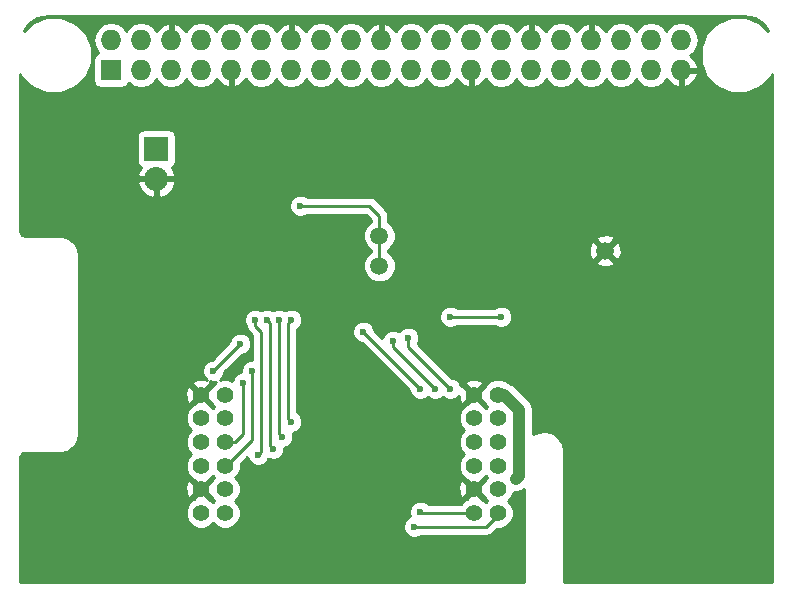
<source format=gbr>
G04 #@! TF.FileFunction,Copper,L2,Bot,Signal*
%FSLAX46Y46*%
G04 Gerber Fmt 4.6, Leading zero omitted, Abs format (unit mm)*
G04 Created by KiCad (PCBNEW 4.0.2-1.fc23-product) date Wed 30 Nov 2016 21:48:41 GMT*
%MOMM*%
G01*
G04 APERTURE LIST*
%ADD10C,0.100000*%
%ADD11R,1.727200X1.727200*%
%ADD12O,1.727200X1.727200*%
%ADD13C,1.400000*%
%ADD14C,1.500000*%
%ADD15R,2.032000X2.032000*%
%ADD16O,2.032000X2.032000*%
%ADD17C,0.600000*%
%ADD18C,0.250000*%
%ADD19C,1.000000*%
%ADD20C,0.500000*%
%ADD21C,0.200000*%
%ADD22C,0.254000*%
G04 APERTURE END LIST*
D10*
D11*
X103620000Y-52260000D03*
D12*
X103620000Y-49720000D03*
X106160000Y-52260000D03*
X106160000Y-49720000D03*
X108700000Y-52260000D03*
X108700000Y-49720000D03*
X111240000Y-52260000D03*
X111240000Y-49720000D03*
X113780000Y-52260000D03*
X113780000Y-49720000D03*
X116320000Y-52260000D03*
X116320000Y-49720000D03*
X118860000Y-52260000D03*
X118860000Y-49720000D03*
X121400000Y-52260000D03*
X121400000Y-49720000D03*
X123940000Y-52260000D03*
X123940000Y-49720000D03*
X126480000Y-52260000D03*
X126480000Y-49720000D03*
X129020000Y-52260000D03*
X129020000Y-49720000D03*
X131560000Y-52260000D03*
X131560000Y-49720000D03*
X134100000Y-52260000D03*
X134100000Y-49720000D03*
X136640000Y-52260000D03*
X136640000Y-49720000D03*
X139180000Y-52260000D03*
X139180000Y-49720000D03*
X141720000Y-52260000D03*
X141720000Y-49720000D03*
X144260000Y-52260000D03*
X144260000Y-49720000D03*
X146800000Y-52260000D03*
X146800000Y-49720000D03*
X149340000Y-52260000D03*
X149340000Y-49720000D03*
X151880000Y-52260000D03*
X151880000Y-49720000D03*
D13*
X111252000Y-79756000D03*
X113252000Y-79756000D03*
X111252000Y-81756000D03*
X113252000Y-81756000D03*
X111252000Y-83756000D03*
X113252000Y-83756000D03*
X111252000Y-85756000D03*
X113252000Y-85756000D03*
X111252000Y-87756000D03*
X113252000Y-87756000D03*
X111252000Y-89756000D03*
X113252000Y-89756000D03*
X134366000Y-79756000D03*
X136366000Y-79756000D03*
X134366000Y-81756000D03*
X136366000Y-81756000D03*
X134366000Y-83756000D03*
X136366000Y-83756000D03*
X134366000Y-85756000D03*
X136366000Y-85756000D03*
X134366000Y-87756000D03*
X136366000Y-87756000D03*
X134366000Y-89756000D03*
X136366000Y-89756000D03*
D14*
X145440000Y-67564000D03*
X126340000Y-68834000D03*
X126340000Y-66294000D03*
D15*
X107442000Y-58928000D03*
D16*
X107442000Y-61468000D03*
D17*
X107696000Y-73660000D03*
X109982000Y-68072000D03*
X105894000Y-67818000D03*
X105894000Y-70128000D03*
X105156000Y-80010000D03*
X101854000Y-93218000D03*
X117602000Y-69342000D03*
X117348000Y-62738000D03*
X131572000Y-85598000D03*
X126746000Y-87122000D03*
X126492000Y-90932000D03*
X117094000Y-93472000D03*
X116840000Y-89662000D03*
X117094000Y-85344000D03*
X137922000Y-86868000D03*
X116078000Y-84836000D03*
X115824000Y-73406000D03*
X116840000Y-73406000D03*
X117348000Y-84328000D03*
X117856000Y-73406000D03*
X118110000Y-83312000D03*
X118872000Y-82042000D03*
X118872000Y-73406000D03*
X129794000Y-89662000D03*
X129286000Y-90932000D03*
X112268000Y-77724000D03*
X114554000Y-75438000D03*
X132334000Y-79248000D03*
X128778000Y-74930000D03*
X127508000Y-75184000D03*
X131064000Y-79248000D03*
X115570000Y-77724000D03*
X136652000Y-73152000D03*
X132334000Y-73152000D03*
X124968000Y-74422000D03*
X129794000Y-79248000D03*
X114808000Y-78740000D03*
X119634000Y-63754000D03*
D18*
X105894000Y-67818000D02*
X105918000Y-67818000D01*
D19*
X105894000Y-70128000D02*
X105918000Y-70104000D01*
D20*
X131548000Y-85622000D02*
X131596000Y-85622000D01*
X131572000Y-85598000D02*
X131548000Y-85622000D01*
D19*
X136906000Y-79756000D02*
X138176000Y-81026000D01*
X138176000Y-81026000D02*
X138176000Y-86614000D01*
X138176000Y-86614000D02*
X137922000Y-86868000D01*
X136366000Y-79756000D02*
X136906000Y-79756000D01*
D18*
X116332000Y-84582000D02*
X116332000Y-74422000D01*
X116078000Y-84836000D02*
X116332000Y-84582000D01*
X115824000Y-73406000D02*
X115824000Y-73914000D01*
X116332000Y-74422000D02*
X115824000Y-73914000D01*
X117094000Y-84074000D02*
X117094000Y-73660000D01*
X116840000Y-73406000D02*
X117094000Y-73660000D01*
X117348000Y-84328000D02*
X117094000Y-84074000D01*
X118110000Y-83312000D02*
X117856000Y-83058000D01*
X117856000Y-83058000D02*
X117856000Y-73406000D01*
X118872000Y-82042000D02*
X118618000Y-81788000D01*
X118618000Y-81788000D02*
X118618000Y-73660000D01*
X118618000Y-73660000D02*
X118872000Y-73406000D01*
D21*
X113252000Y-89756000D02*
X113252000Y-89948000D01*
D18*
X129888000Y-89756000D02*
X129794000Y-89662000D01*
X134366000Y-89756000D02*
X129888000Y-89756000D01*
X135382000Y-90932000D02*
X129286000Y-90932000D01*
X136366000Y-89948000D02*
X135382000Y-90932000D01*
X136366000Y-89756000D02*
X136366000Y-89948000D01*
X112268000Y-77724000D02*
X114554000Y-75438000D01*
X132334000Y-79248000D02*
X129794000Y-76708000D01*
X128778000Y-75692000D02*
X129794000Y-76708000D01*
X128778000Y-75438000D02*
X128778000Y-75692000D01*
X128778000Y-74930000D02*
X128778000Y-75438000D01*
X129032000Y-77216000D02*
X127762000Y-75946000D01*
X127762000Y-75946000D02*
X127508000Y-75692000D01*
X127508000Y-75692000D02*
X127508000Y-75184000D01*
X131064000Y-79248000D02*
X129032000Y-77216000D01*
X115570000Y-83566000D02*
X115570000Y-80010000D01*
X115570000Y-80010000D02*
X115570000Y-77724000D01*
X115570000Y-83566000D02*
X113380000Y-85756000D01*
X132334000Y-73152000D02*
X136652000Y-73152000D01*
X113252000Y-85756000D02*
X113380000Y-85756000D01*
X129794000Y-79248000D02*
X128270000Y-77724000D01*
X128270000Y-77724000D02*
X124968000Y-74422000D01*
X114808000Y-78740000D02*
X114808000Y-82296000D01*
X114808000Y-82296000D02*
X114808000Y-83058000D01*
X114808000Y-83058000D02*
X114110000Y-83756000D01*
X114110000Y-83756000D02*
X113252000Y-83756000D01*
X126340000Y-66294000D02*
X126340000Y-68834000D01*
X126340000Y-64618000D02*
X126340000Y-66294000D01*
X125476000Y-63754000D02*
X126340000Y-64618000D01*
X119634000Y-63754000D02*
X125476000Y-63754000D01*
D22*
G36*
X158130777Y-47863617D02*
X158877463Y-48362537D01*
X159263403Y-48940137D01*
X158580336Y-48255877D01*
X157394706Y-47763561D01*
X156110926Y-47762441D01*
X154924439Y-48252687D01*
X154015877Y-49159664D01*
X153523561Y-50345294D01*
X153522441Y-51629074D01*
X154012687Y-52815561D01*
X154919664Y-53724123D01*
X156105294Y-54216439D01*
X157389074Y-54217559D01*
X158575561Y-53727313D01*
X159484123Y-52820336D01*
X159565000Y-52625562D01*
X159565000Y-95631000D01*
X141935000Y-95631000D01*
X141935000Y-84490000D01*
X141921838Y-84423830D01*
X141921838Y-84356364D01*
X141845718Y-83973681D01*
X141755552Y-83756000D01*
X141743437Y-83726751D01*
X141526664Y-83402328D01*
X141337672Y-83213336D01*
X141013248Y-82996563D01*
X140997403Y-82990000D01*
X140766319Y-82894282D01*
X140383636Y-82818162D01*
X140250000Y-82818162D01*
X139733681Y-82894282D01*
X139589032Y-82954197D01*
X139486751Y-82996563D01*
X139311000Y-83113996D01*
X139311000Y-81026000D01*
X139224603Y-80591654D01*
X138978566Y-80223434D01*
X137708566Y-78953434D01*
X137509953Y-78820725D01*
X137340346Y-78707397D01*
X137172159Y-78673942D01*
X137123204Y-78624902D01*
X136632713Y-78421232D01*
X136101617Y-78420769D01*
X135610771Y-78623582D01*
X135234902Y-78998796D01*
X135186681Y-79114925D01*
X134545605Y-79756000D01*
X135186227Y-80396621D01*
X135233582Y-80511229D01*
X135478024Y-80756098D01*
X135365902Y-80868024D01*
X135123204Y-80624902D01*
X135007075Y-80576681D01*
X134366000Y-79935605D01*
X133725379Y-80576227D01*
X133610771Y-80623582D01*
X133234902Y-80998796D01*
X133031232Y-81489287D01*
X133030769Y-82020383D01*
X133233582Y-82511229D01*
X133478024Y-82756098D01*
X133234902Y-82998796D01*
X133031232Y-83489287D01*
X133030769Y-84020383D01*
X133233582Y-84511229D01*
X133478024Y-84756098D01*
X133234902Y-84998796D01*
X133031232Y-85489287D01*
X133030769Y-86020383D01*
X133233582Y-86511229D01*
X133608796Y-86887098D01*
X133724925Y-86935319D01*
X134366000Y-87576395D01*
X135006621Y-86935773D01*
X135121229Y-86888418D01*
X135366098Y-86643976D01*
X135478024Y-86756098D01*
X135234902Y-86998796D01*
X135186681Y-87114925D01*
X134545605Y-87756000D01*
X135186227Y-88396621D01*
X135233582Y-88511229D01*
X135478024Y-88756098D01*
X135365902Y-88868024D01*
X135123204Y-88624902D01*
X135007075Y-88576681D01*
X134366000Y-87935605D01*
X133725379Y-88576227D01*
X133610771Y-88623582D01*
X133237703Y-88996000D01*
X130450299Y-88996000D01*
X130324327Y-88869808D01*
X129980799Y-88727162D01*
X129608833Y-88726838D01*
X129265057Y-88868883D01*
X129001808Y-89131673D01*
X128859162Y-89475201D01*
X128858838Y-89847167D01*
X128946952Y-90060420D01*
X128757057Y-90138883D01*
X128493808Y-90401673D01*
X128351162Y-90745201D01*
X128350838Y-91117167D01*
X128492883Y-91460943D01*
X128755673Y-91724192D01*
X129099201Y-91866838D01*
X129471167Y-91867162D01*
X129814943Y-91725117D01*
X129848118Y-91692000D01*
X135382000Y-91692000D01*
X135672839Y-91634148D01*
X135919401Y-91469401D01*
X136297861Y-91090941D01*
X136630383Y-91091231D01*
X137121229Y-90888418D01*
X137497098Y-90513204D01*
X137700768Y-90022713D01*
X137701231Y-89491617D01*
X137498418Y-89000771D01*
X137253976Y-88755902D01*
X137497098Y-88513204D01*
X137700768Y-88022713D01*
X137700824Y-87959005D01*
X137922000Y-88003000D01*
X138356345Y-87916603D01*
X138565000Y-87777184D01*
X138565000Y-95631000D01*
X95935000Y-95631000D01*
X95935000Y-87563122D01*
X109904581Y-87563122D01*
X109933336Y-88093440D01*
X110080958Y-88449831D01*
X110316725Y-88511669D01*
X111072395Y-87756000D01*
X110316725Y-87000331D01*
X110080958Y-87062169D01*
X109904581Y-87563122D01*
X95935000Y-87563122D01*
X95935000Y-85057466D01*
X95971376Y-84874591D01*
X96036751Y-84776750D01*
X96134590Y-84711376D01*
X96317466Y-84675000D01*
X99250000Y-84675000D01*
X99316170Y-84661838D01*
X99383636Y-84661838D01*
X99766319Y-84585718D01*
X100013248Y-84483437D01*
X100013249Y-84483436D01*
X100337672Y-84266664D01*
X100526664Y-84077672D01*
X100743437Y-83753249D01*
X100797123Y-83623637D01*
X100845718Y-83506319D01*
X100921838Y-83123636D01*
X100921838Y-83056170D01*
X100935000Y-82990000D01*
X100935000Y-82020383D01*
X109916769Y-82020383D01*
X110119582Y-82511229D01*
X110364024Y-82756098D01*
X110120902Y-82998796D01*
X109917232Y-83489287D01*
X109916769Y-84020383D01*
X110119582Y-84511229D01*
X110364024Y-84756098D01*
X110120902Y-84998796D01*
X109917232Y-85489287D01*
X109916769Y-86020383D01*
X110119582Y-86511229D01*
X110494796Y-86887098D01*
X110610925Y-86935319D01*
X111252000Y-87576395D01*
X111892621Y-86935773D01*
X112007229Y-86888418D01*
X112252098Y-86643976D01*
X112364024Y-86756098D01*
X112120902Y-86998796D01*
X112072681Y-87114925D01*
X111431605Y-87756000D01*
X112072227Y-88396621D01*
X112119582Y-88511229D01*
X112364024Y-88756098D01*
X112251902Y-88868024D01*
X112009204Y-88624902D01*
X111893075Y-88576681D01*
X111252000Y-87935605D01*
X110611379Y-88576227D01*
X110496771Y-88623582D01*
X110120902Y-88998796D01*
X109917232Y-89489287D01*
X109916769Y-90020383D01*
X110119582Y-90511229D01*
X110494796Y-90887098D01*
X110985287Y-91090768D01*
X111516383Y-91091231D01*
X112007229Y-90888418D01*
X112252098Y-90643976D01*
X112494796Y-90887098D01*
X112985287Y-91090768D01*
X113516383Y-91091231D01*
X114007229Y-90888418D01*
X114383098Y-90513204D01*
X114586768Y-90022713D01*
X114587231Y-89491617D01*
X114384418Y-89000771D01*
X114139976Y-88755902D01*
X114383098Y-88513204D01*
X114586768Y-88022713D01*
X114587168Y-87563122D01*
X133018581Y-87563122D01*
X133047336Y-88093440D01*
X133194958Y-88449831D01*
X133430725Y-88511669D01*
X134186395Y-87756000D01*
X133430725Y-87000331D01*
X133194958Y-87062169D01*
X133018581Y-87563122D01*
X114587168Y-87563122D01*
X114587231Y-87491617D01*
X114384418Y-87000771D01*
X114139976Y-86755902D01*
X114383098Y-86513204D01*
X114586768Y-86022713D01*
X114587116Y-85623686D01*
X115156521Y-85054281D01*
X115284883Y-85364943D01*
X115547673Y-85628192D01*
X115891201Y-85770838D01*
X116263167Y-85771162D01*
X116606943Y-85629117D01*
X116870192Y-85366327D01*
X116949642Y-85174991D01*
X117161201Y-85262838D01*
X117533167Y-85263162D01*
X117876943Y-85121117D01*
X118140192Y-84858327D01*
X118282838Y-84514799D01*
X118283071Y-84247151D01*
X118295167Y-84247162D01*
X118638943Y-84105117D01*
X118902192Y-83842327D01*
X119044838Y-83498799D01*
X119045162Y-83126833D01*
X118983293Y-82977098D01*
X119057167Y-82977162D01*
X119400943Y-82835117D01*
X119664192Y-82572327D01*
X119806838Y-82228799D01*
X119807162Y-81856833D01*
X119665117Y-81513057D01*
X119402327Y-81249808D01*
X119378000Y-81239706D01*
X119378000Y-74607167D01*
X124032838Y-74607167D01*
X124174883Y-74950943D01*
X124437673Y-75214192D01*
X124781201Y-75356838D01*
X124828077Y-75356879D01*
X128858878Y-79387680D01*
X128858838Y-79433167D01*
X129000883Y-79776943D01*
X129263673Y-80040192D01*
X129607201Y-80182838D01*
X129979167Y-80183162D01*
X130322943Y-80041117D01*
X130428954Y-79935290D01*
X130533673Y-80040192D01*
X130877201Y-80182838D01*
X131249167Y-80183162D01*
X131592943Y-80041117D01*
X131698954Y-79935290D01*
X131803673Y-80040192D01*
X132147201Y-80182838D01*
X132519167Y-80183162D01*
X132862943Y-80041117D01*
X133035176Y-79869184D01*
X133047336Y-80093440D01*
X133194958Y-80449831D01*
X133430725Y-80511669D01*
X134186395Y-79756000D01*
X133430725Y-79000331D01*
X133261659Y-79044674D01*
X133169126Y-78820725D01*
X133610331Y-78820725D01*
X134366000Y-79576395D01*
X135121669Y-78820725D01*
X135059831Y-78584958D01*
X134558878Y-78408581D01*
X134028560Y-78437336D01*
X133672169Y-78584958D01*
X133610331Y-78820725D01*
X133169126Y-78820725D01*
X133127117Y-78719057D01*
X132864327Y-78455808D01*
X132520799Y-78313162D01*
X132473923Y-78313121D01*
X129585137Y-75424335D01*
X129712838Y-75116799D01*
X129713162Y-74744833D01*
X129571117Y-74401057D01*
X129308327Y-74137808D01*
X128964799Y-73995162D01*
X128592833Y-73994838D01*
X128249057Y-74136883D01*
X128006801Y-74378717D01*
X127694799Y-74249162D01*
X127322833Y-74248838D01*
X126979057Y-74390883D01*
X126715808Y-74653673D01*
X126586319Y-74965517D01*
X125903122Y-74282320D01*
X125903162Y-74236833D01*
X125761117Y-73893057D01*
X125498327Y-73629808D01*
X125154799Y-73487162D01*
X124782833Y-73486838D01*
X124439057Y-73628883D01*
X124175808Y-73891673D01*
X124033162Y-74235201D01*
X124032838Y-74607167D01*
X119378000Y-74607167D01*
X119378000Y-74208597D01*
X119400943Y-74199117D01*
X119664192Y-73936327D01*
X119806838Y-73592799D01*
X119807060Y-73337167D01*
X131398838Y-73337167D01*
X131540883Y-73680943D01*
X131803673Y-73944192D01*
X132147201Y-74086838D01*
X132519167Y-74087162D01*
X132862943Y-73945117D01*
X132896118Y-73912000D01*
X136089537Y-73912000D01*
X136121673Y-73944192D01*
X136465201Y-74086838D01*
X136837167Y-74087162D01*
X137180943Y-73945117D01*
X137444192Y-73682327D01*
X137586838Y-73338799D01*
X137587162Y-72966833D01*
X137445117Y-72623057D01*
X137182327Y-72359808D01*
X136838799Y-72217162D01*
X136466833Y-72216838D01*
X136123057Y-72358883D01*
X136089882Y-72392000D01*
X132896463Y-72392000D01*
X132864327Y-72359808D01*
X132520799Y-72217162D01*
X132148833Y-72216838D01*
X131805057Y-72358883D01*
X131541808Y-72621673D01*
X131399162Y-72965201D01*
X131398838Y-73337167D01*
X119807060Y-73337167D01*
X119807162Y-73220833D01*
X119665117Y-72877057D01*
X119402327Y-72613808D01*
X119058799Y-72471162D01*
X118686833Y-72470838D01*
X118363629Y-72604383D01*
X118042799Y-72471162D01*
X117670833Y-72470838D01*
X117347629Y-72604383D01*
X117026799Y-72471162D01*
X116654833Y-72470838D01*
X116331629Y-72604383D01*
X116010799Y-72471162D01*
X115638833Y-72470838D01*
X115295057Y-72612883D01*
X115031808Y-72875673D01*
X114889162Y-73219201D01*
X114888838Y-73591167D01*
X115030883Y-73934943D01*
X115077444Y-73981585D01*
X115121852Y-74204839D01*
X115286599Y-74451401D01*
X115572000Y-74736802D01*
X115572000Y-76789001D01*
X115384833Y-76788838D01*
X115041057Y-76930883D01*
X114777808Y-77193673D01*
X114635162Y-77537201D01*
X114634929Y-77804849D01*
X114622833Y-77804838D01*
X114279057Y-77946883D01*
X114015808Y-78209673D01*
X113873162Y-78553201D01*
X113873149Y-78568407D01*
X113518713Y-78421232D01*
X112987617Y-78420769D01*
X112826962Y-78487150D01*
X113060192Y-78254327D01*
X113202838Y-77910799D01*
X113202879Y-77863923D01*
X114693680Y-76373122D01*
X114739167Y-76373162D01*
X115082943Y-76231117D01*
X115346192Y-75968327D01*
X115488838Y-75624799D01*
X115489162Y-75252833D01*
X115347117Y-74909057D01*
X115084327Y-74645808D01*
X114740799Y-74503162D01*
X114368833Y-74502838D01*
X114025057Y-74644883D01*
X113761808Y-74907673D01*
X113619162Y-75251201D01*
X113619121Y-75298077D01*
X112128320Y-76788878D01*
X112082833Y-76788838D01*
X111739057Y-76930883D01*
X111475808Y-77193673D01*
X111333162Y-77537201D01*
X111332838Y-77909167D01*
X111474883Y-78252943D01*
X111730711Y-78509218D01*
X111444878Y-78408581D01*
X110914560Y-78437336D01*
X110558169Y-78584958D01*
X110496331Y-78820725D01*
X111252000Y-79576395D01*
X112007669Y-78820725D01*
X111951032Y-78604787D01*
X112081201Y-78658838D01*
X112453167Y-78659162D01*
X112466752Y-78653549D01*
X112120902Y-78998796D01*
X112072681Y-79114925D01*
X111431605Y-79756000D01*
X112072227Y-80396621D01*
X112119582Y-80511229D01*
X112364024Y-80756098D01*
X112251902Y-80868024D01*
X112009204Y-80624902D01*
X111893075Y-80576681D01*
X111252000Y-79935605D01*
X110611379Y-80576227D01*
X110496771Y-80623582D01*
X110120902Y-80998796D01*
X109917232Y-81489287D01*
X109916769Y-82020383D01*
X100935000Y-82020383D01*
X100935000Y-79563122D01*
X109904581Y-79563122D01*
X109933336Y-80093440D01*
X110080958Y-80449831D01*
X110316725Y-80511669D01*
X111072395Y-79756000D01*
X110316725Y-79000331D01*
X110080958Y-79062169D01*
X109904581Y-79563122D01*
X100935000Y-79563122D01*
X100935000Y-67990000D01*
X100921838Y-67923830D01*
X100921838Y-67856364D01*
X100845718Y-67473681D01*
X100759969Y-67266663D01*
X100743437Y-67226751D01*
X100526664Y-66902328D01*
X100337672Y-66713336D01*
X100013248Y-66496563D01*
X99959664Y-66474368D01*
X99766319Y-66394282D01*
X99383636Y-66318162D01*
X99316170Y-66318162D01*
X99250000Y-66305000D01*
X96317466Y-66305000D01*
X96134590Y-66268624D01*
X96036751Y-66203250D01*
X95971376Y-66105409D01*
X95935000Y-65922534D01*
X95935000Y-63939167D01*
X118698838Y-63939167D01*
X118840883Y-64282943D01*
X119103673Y-64546192D01*
X119447201Y-64688838D01*
X119819167Y-64689162D01*
X120162943Y-64547117D01*
X120196118Y-64514000D01*
X125161198Y-64514000D01*
X125580000Y-64932802D01*
X125580000Y-65109453D01*
X125556485Y-65119169D01*
X125166539Y-65508436D01*
X124955241Y-66017298D01*
X124954760Y-66568285D01*
X125165169Y-67077515D01*
X125554436Y-67467461D01*
X125580000Y-67478076D01*
X125580000Y-67649453D01*
X125556485Y-67659169D01*
X125166539Y-68048436D01*
X124955241Y-68557298D01*
X124954760Y-69108285D01*
X125165169Y-69617515D01*
X125554436Y-70007461D01*
X126063298Y-70218759D01*
X126614285Y-70219240D01*
X127123515Y-70008831D01*
X127513461Y-69619564D01*
X127724759Y-69110702D01*
X127725240Y-68559715D01*
X127715242Y-68535517D01*
X144648088Y-68535517D01*
X144716077Y-68776460D01*
X145235171Y-68961201D01*
X145785448Y-68933230D01*
X146163923Y-68776460D01*
X146231912Y-68535517D01*
X145440000Y-67743605D01*
X144648088Y-68535517D01*
X127715242Y-68535517D01*
X127514831Y-68050485D01*
X127125564Y-67660539D01*
X127100000Y-67649924D01*
X127100000Y-67478547D01*
X127123515Y-67468831D01*
X127233366Y-67359171D01*
X144042799Y-67359171D01*
X144070770Y-67909448D01*
X144227540Y-68287923D01*
X144468483Y-68355912D01*
X145260395Y-67564000D01*
X145619605Y-67564000D01*
X146411517Y-68355912D01*
X146652460Y-68287923D01*
X146837201Y-67768829D01*
X146809230Y-67218552D01*
X146652460Y-66840077D01*
X146411517Y-66772088D01*
X145619605Y-67564000D01*
X145260395Y-67564000D01*
X144468483Y-66772088D01*
X144227540Y-66840077D01*
X144042799Y-67359171D01*
X127233366Y-67359171D01*
X127513461Y-67079564D01*
X127715714Y-66592483D01*
X144648088Y-66592483D01*
X145440000Y-67384395D01*
X146231912Y-66592483D01*
X146163923Y-66351540D01*
X145644829Y-66166799D01*
X145094552Y-66194770D01*
X144716077Y-66351540D01*
X144648088Y-66592483D01*
X127715714Y-66592483D01*
X127724759Y-66570702D01*
X127725240Y-66019715D01*
X127514831Y-65510485D01*
X127125564Y-65120539D01*
X127100000Y-65109924D01*
X127100000Y-64618000D01*
X127042148Y-64327161D01*
X126877401Y-64080599D01*
X126013401Y-63216599D01*
X125766839Y-63051852D01*
X125476000Y-62994000D01*
X120196463Y-62994000D01*
X120164327Y-62961808D01*
X119820799Y-62819162D01*
X119448833Y-62818838D01*
X119105057Y-62960883D01*
X118841808Y-63223673D01*
X118699162Y-63567201D01*
X118698838Y-63939167D01*
X95935000Y-63939167D01*
X95935000Y-61850944D01*
X105836025Y-61850944D01*
X106035615Y-62332818D01*
X106473621Y-62805188D01*
X107059054Y-63073983D01*
X107315000Y-62955367D01*
X107315000Y-61595000D01*
X107569000Y-61595000D01*
X107569000Y-62955367D01*
X107824946Y-63073983D01*
X108410379Y-62805188D01*
X108848385Y-62332818D01*
X109047975Y-61850944D01*
X108928836Y-61595000D01*
X107569000Y-61595000D01*
X107315000Y-61595000D01*
X105955164Y-61595000D01*
X105836025Y-61850944D01*
X95935000Y-61850944D01*
X95935000Y-57912000D01*
X105778560Y-57912000D01*
X105778560Y-59944000D01*
X105822838Y-60179317D01*
X105961910Y-60395441D01*
X106124948Y-60506840D01*
X106035615Y-60603182D01*
X105836025Y-61085056D01*
X105955164Y-61341000D01*
X107315000Y-61341000D01*
X107315000Y-61321000D01*
X107569000Y-61321000D01*
X107569000Y-61341000D01*
X108928836Y-61341000D01*
X109047975Y-61085056D01*
X108848385Y-60603182D01*
X108757903Y-60505602D01*
X108909441Y-60408090D01*
X109054431Y-60195890D01*
X109105440Y-59944000D01*
X109105440Y-57912000D01*
X109061162Y-57676683D01*
X108922090Y-57460559D01*
X108709890Y-57315569D01*
X108458000Y-57264560D01*
X106426000Y-57264560D01*
X106190683Y-57308838D01*
X105974559Y-57447910D01*
X105829569Y-57660110D01*
X105778560Y-57912000D01*
X95935000Y-57912000D01*
X95935000Y-52627544D01*
X96012687Y-52815561D01*
X96919664Y-53724123D01*
X98105294Y-54216439D01*
X99389074Y-54217559D01*
X100575561Y-53727313D01*
X101484123Y-52820336D01*
X101976439Y-51634706D01*
X101976646Y-51396400D01*
X102108960Y-51396400D01*
X102108960Y-53123600D01*
X102153238Y-53358917D01*
X102292310Y-53575041D01*
X102504510Y-53720031D01*
X102756400Y-53771040D01*
X104483600Y-53771040D01*
X104718917Y-53726762D01*
X104935041Y-53587690D01*
X105080031Y-53375490D01*
X105088864Y-53331869D01*
X105100330Y-53349029D01*
X105586511Y-53673885D01*
X106160000Y-53787959D01*
X106733489Y-53673885D01*
X107219670Y-53349029D01*
X107430000Y-53034248D01*
X107640330Y-53349029D01*
X108126511Y-53673885D01*
X108700000Y-53787959D01*
X109273489Y-53673885D01*
X109759670Y-53349029D01*
X109970000Y-53034248D01*
X110180330Y-53349029D01*
X110666511Y-53673885D01*
X111240000Y-53787959D01*
X111813489Y-53673885D01*
X112299670Y-53349029D01*
X112515664Y-53025772D01*
X112573179Y-53148490D01*
X113005053Y-53542688D01*
X113420974Y-53714958D01*
X113653000Y-53593817D01*
X113653000Y-52387000D01*
X113633000Y-52387000D01*
X113633000Y-52133000D01*
X113653000Y-52133000D01*
X113653000Y-52113000D01*
X113907000Y-52113000D01*
X113907000Y-52133000D01*
X113927000Y-52133000D01*
X113927000Y-52387000D01*
X113907000Y-52387000D01*
X113907000Y-53593817D01*
X114139026Y-53714958D01*
X114554947Y-53542688D01*
X114986821Y-53148490D01*
X115044336Y-53025772D01*
X115260330Y-53349029D01*
X115746511Y-53673885D01*
X116320000Y-53787959D01*
X116893489Y-53673885D01*
X117379670Y-53349029D01*
X117590000Y-53034248D01*
X117800330Y-53349029D01*
X118286511Y-53673885D01*
X118860000Y-53787959D01*
X119433489Y-53673885D01*
X119919670Y-53349029D01*
X120130000Y-53034248D01*
X120340330Y-53349029D01*
X120826511Y-53673885D01*
X121400000Y-53787959D01*
X121973489Y-53673885D01*
X122459670Y-53349029D01*
X122670000Y-53034248D01*
X122880330Y-53349029D01*
X123366511Y-53673885D01*
X123940000Y-53787959D01*
X124513489Y-53673885D01*
X124999670Y-53349029D01*
X125210000Y-53034248D01*
X125420330Y-53349029D01*
X125906511Y-53673885D01*
X126480000Y-53787959D01*
X127053489Y-53673885D01*
X127539670Y-53349029D01*
X127750000Y-53034248D01*
X127960330Y-53349029D01*
X128446511Y-53673885D01*
X129020000Y-53787959D01*
X129593489Y-53673885D01*
X130079670Y-53349029D01*
X130290000Y-53034248D01*
X130500330Y-53349029D01*
X130986511Y-53673885D01*
X131560000Y-53787959D01*
X132133489Y-53673885D01*
X132619670Y-53349029D01*
X132835664Y-53025772D01*
X132893179Y-53148490D01*
X133325053Y-53542688D01*
X133740974Y-53714958D01*
X133973000Y-53593817D01*
X133973000Y-52387000D01*
X133953000Y-52387000D01*
X133953000Y-52133000D01*
X133973000Y-52133000D01*
X133973000Y-52113000D01*
X134227000Y-52113000D01*
X134227000Y-52133000D01*
X134247000Y-52133000D01*
X134247000Y-52387000D01*
X134227000Y-52387000D01*
X134227000Y-53593817D01*
X134459026Y-53714958D01*
X134874947Y-53542688D01*
X135306821Y-53148490D01*
X135364336Y-53025772D01*
X135580330Y-53349029D01*
X136066511Y-53673885D01*
X136640000Y-53787959D01*
X137213489Y-53673885D01*
X137699670Y-53349029D01*
X137910000Y-53034248D01*
X138120330Y-53349029D01*
X138606511Y-53673885D01*
X139180000Y-53787959D01*
X139753489Y-53673885D01*
X140239670Y-53349029D01*
X140450000Y-53034248D01*
X140660330Y-53349029D01*
X141146511Y-53673885D01*
X141720000Y-53787959D01*
X142293489Y-53673885D01*
X142779670Y-53349029D01*
X142990000Y-53034248D01*
X143200330Y-53349029D01*
X143686511Y-53673885D01*
X144260000Y-53787959D01*
X144833489Y-53673885D01*
X145319670Y-53349029D01*
X145530000Y-53034248D01*
X145740330Y-53349029D01*
X146226511Y-53673885D01*
X146800000Y-53787959D01*
X147373489Y-53673885D01*
X147859670Y-53349029D01*
X148070000Y-53034248D01*
X148280330Y-53349029D01*
X148766511Y-53673885D01*
X149340000Y-53787959D01*
X149913489Y-53673885D01*
X150399670Y-53349029D01*
X150615664Y-53025772D01*
X150673179Y-53148490D01*
X151105053Y-53542688D01*
X151520974Y-53714958D01*
X151753000Y-53593817D01*
X151753000Y-52387000D01*
X152007000Y-52387000D01*
X152007000Y-53593817D01*
X152239026Y-53714958D01*
X152654947Y-53542688D01*
X153086821Y-53148490D01*
X153334968Y-52619027D01*
X153214469Y-52387000D01*
X152007000Y-52387000D01*
X151753000Y-52387000D01*
X151733000Y-52387000D01*
X151733000Y-52133000D01*
X151753000Y-52133000D01*
X151753000Y-52113000D01*
X152007000Y-52113000D01*
X152007000Y-52133000D01*
X153214469Y-52133000D01*
X153334968Y-51900973D01*
X153086821Y-51371510D01*
X152668839Y-50989992D01*
X152939670Y-50809029D01*
X153264526Y-50322848D01*
X153378600Y-49749359D01*
X153378600Y-49690641D01*
X153264526Y-49117152D01*
X152939670Y-48630971D01*
X152453489Y-48306115D01*
X151880000Y-48192041D01*
X151306511Y-48306115D01*
X150820330Y-48630971D01*
X150610000Y-48945752D01*
X150399670Y-48630971D01*
X149913489Y-48306115D01*
X149340000Y-48192041D01*
X148766511Y-48306115D01*
X148280330Y-48630971D01*
X148070000Y-48945752D01*
X147859670Y-48630971D01*
X147373489Y-48306115D01*
X146800000Y-48192041D01*
X146226511Y-48306115D01*
X145740330Y-48630971D01*
X145524336Y-48954228D01*
X145466821Y-48831510D01*
X145034947Y-48437312D01*
X144619026Y-48265042D01*
X144387000Y-48386183D01*
X144387000Y-49593000D01*
X144407000Y-49593000D01*
X144407000Y-49847000D01*
X144387000Y-49847000D01*
X144387000Y-49867000D01*
X144133000Y-49867000D01*
X144133000Y-49847000D01*
X144113000Y-49847000D01*
X144113000Y-49593000D01*
X144133000Y-49593000D01*
X144133000Y-48386183D01*
X143900974Y-48265042D01*
X143485053Y-48437312D01*
X143053179Y-48831510D01*
X142995664Y-48954228D01*
X142779670Y-48630971D01*
X142293489Y-48306115D01*
X141720000Y-48192041D01*
X141146511Y-48306115D01*
X140660330Y-48630971D01*
X140444336Y-48954228D01*
X140386821Y-48831510D01*
X139954947Y-48437312D01*
X139539026Y-48265042D01*
X139307000Y-48386183D01*
X139307000Y-49593000D01*
X139327000Y-49593000D01*
X139327000Y-49847000D01*
X139307000Y-49847000D01*
X139307000Y-49867000D01*
X139053000Y-49867000D01*
X139053000Y-49847000D01*
X139033000Y-49847000D01*
X139033000Y-49593000D01*
X139053000Y-49593000D01*
X139053000Y-48386183D01*
X138820974Y-48265042D01*
X138405053Y-48437312D01*
X137973179Y-48831510D01*
X137915664Y-48954228D01*
X137699670Y-48630971D01*
X137213489Y-48306115D01*
X136640000Y-48192041D01*
X136066511Y-48306115D01*
X135580330Y-48630971D01*
X135370000Y-48945752D01*
X135159670Y-48630971D01*
X134673489Y-48306115D01*
X134100000Y-48192041D01*
X133526511Y-48306115D01*
X133040330Y-48630971D01*
X132830000Y-48945752D01*
X132619670Y-48630971D01*
X132133489Y-48306115D01*
X131560000Y-48192041D01*
X130986511Y-48306115D01*
X130500330Y-48630971D01*
X130290000Y-48945752D01*
X130079670Y-48630971D01*
X129593489Y-48306115D01*
X129020000Y-48192041D01*
X128446511Y-48306115D01*
X127960330Y-48630971D01*
X127744336Y-48954228D01*
X127686821Y-48831510D01*
X127254947Y-48437312D01*
X126839026Y-48265042D01*
X126607000Y-48386183D01*
X126607000Y-49593000D01*
X126627000Y-49593000D01*
X126627000Y-49847000D01*
X126607000Y-49847000D01*
X126607000Y-49867000D01*
X126353000Y-49867000D01*
X126353000Y-49847000D01*
X126333000Y-49847000D01*
X126333000Y-49593000D01*
X126353000Y-49593000D01*
X126353000Y-48386183D01*
X126120974Y-48265042D01*
X125705053Y-48437312D01*
X125273179Y-48831510D01*
X125215664Y-48954228D01*
X124999670Y-48630971D01*
X124513489Y-48306115D01*
X123940000Y-48192041D01*
X123366511Y-48306115D01*
X122880330Y-48630971D01*
X122670000Y-48945752D01*
X122459670Y-48630971D01*
X121973489Y-48306115D01*
X121400000Y-48192041D01*
X120826511Y-48306115D01*
X120340330Y-48630971D01*
X120124336Y-48954228D01*
X120066821Y-48831510D01*
X119634947Y-48437312D01*
X119219026Y-48265042D01*
X118987000Y-48386183D01*
X118987000Y-49593000D01*
X119007000Y-49593000D01*
X119007000Y-49847000D01*
X118987000Y-49847000D01*
X118987000Y-49867000D01*
X118733000Y-49867000D01*
X118733000Y-49847000D01*
X118713000Y-49847000D01*
X118713000Y-49593000D01*
X118733000Y-49593000D01*
X118733000Y-48386183D01*
X118500974Y-48265042D01*
X118085053Y-48437312D01*
X117653179Y-48831510D01*
X117595664Y-48954228D01*
X117379670Y-48630971D01*
X116893489Y-48306115D01*
X116320000Y-48192041D01*
X115746511Y-48306115D01*
X115260330Y-48630971D01*
X115050000Y-48945752D01*
X114839670Y-48630971D01*
X114353489Y-48306115D01*
X113780000Y-48192041D01*
X113206511Y-48306115D01*
X112720330Y-48630971D01*
X112510000Y-48945752D01*
X112299670Y-48630971D01*
X111813489Y-48306115D01*
X111240000Y-48192041D01*
X110666511Y-48306115D01*
X110180330Y-48630971D01*
X109964336Y-48954228D01*
X109906821Y-48831510D01*
X109474947Y-48437312D01*
X109059026Y-48265042D01*
X108827000Y-48386183D01*
X108827000Y-49593000D01*
X108847000Y-49593000D01*
X108847000Y-49847000D01*
X108827000Y-49847000D01*
X108827000Y-49867000D01*
X108573000Y-49867000D01*
X108573000Y-49847000D01*
X108553000Y-49847000D01*
X108553000Y-49593000D01*
X108573000Y-49593000D01*
X108573000Y-48386183D01*
X108340974Y-48265042D01*
X107925053Y-48437312D01*
X107493179Y-48831510D01*
X107435664Y-48954228D01*
X107219670Y-48630971D01*
X106733489Y-48306115D01*
X106160000Y-48192041D01*
X105586511Y-48306115D01*
X105100330Y-48630971D01*
X104890000Y-48945752D01*
X104679670Y-48630971D01*
X104193489Y-48306115D01*
X103620000Y-48192041D01*
X103046511Y-48306115D01*
X102560330Y-48630971D01*
X102235474Y-49117152D01*
X102121400Y-49690641D01*
X102121400Y-49749359D01*
X102235474Y-50322848D01*
X102546574Y-50788442D01*
X102521083Y-50793238D01*
X102304959Y-50932310D01*
X102159969Y-51144510D01*
X102108960Y-51396400D01*
X101976646Y-51396400D01*
X101977559Y-50350926D01*
X101487313Y-49164439D01*
X100580336Y-48255877D01*
X99394706Y-47763561D01*
X98110926Y-47762441D01*
X96924439Y-48252687D01*
X96238218Y-48937711D01*
X96622537Y-48362537D01*
X97369225Y-47863617D01*
X98317467Y-47675000D01*
X157182533Y-47675000D01*
X158130777Y-47863617D01*
X158130777Y-47863617D01*
G37*
X158130777Y-47863617D02*
X158877463Y-48362537D01*
X159263403Y-48940137D01*
X158580336Y-48255877D01*
X157394706Y-47763561D01*
X156110926Y-47762441D01*
X154924439Y-48252687D01*
X154015877Y-49159664D01*
X153523561Y-50345294D01*
X153522441Y-51629074D01*
X154012687Y-52815561D01*
X154919664Y-53724123D01*
X156105294Y-54216439D01*
X157389074Y-54217559D01*
X158575561Y-53727313D01*
X159484123Y-52820336D01*
X159565000Y-52625562D01*
X159565000Y-95631000D01*
X141935000Y-95631000D01*
X141935000Y-84490000D01*
X141921838Y-84423830D01*
X141921838Y-84356364D01*
X141845718Y-83973681D01*
X141755552Y-83756000D01*
X141743437Y-83726751D01*
X141526664Y-83402328D01*
X141337672Y-83213336D01*
X141013248Y-82996563D01*
X140997403Y-82990000D01*
X140766319Y-82894282D01*
X140383636Y-82818162D01*
X140250000Y-82818162D01*
X139733681Y-82894282D01*
X139589032Y-82954197D01*
X139486751Y-82996563D01*
X139311000Y-83113996D01*
X139311000Y-81026000D01*
X139224603Y-80591654D01*
X138978566Y-80223434D01*
X137708566Y-78953434D01*
X137509953Y-78820725D01*
X137340346Y-78707397D01*
X137172159Y-78673942D01*
X137123204Y-78624902D01*
X136632713Y-78421232D01*
X136101617Y-78420769D01*
X135610771Y-78623582D01*
X135234902Y-78998796D01*
X135186681Y-79114925D01*
X134545605Y-79756000D01*
X135186227Y-80396621D01*
X135233582Y-80511229D01*
X135478024Y-80756098D01*
X135365902Y-80868024D01*
X135123204Y-80624902D01*
X135007075Y-80576681D01*
X134366000Y-79935605D01*
X133725379Y-80576227D01*
X133610771Y-80623582D01*
X133234902Y-80998796D01*
X133031232Y-81489287D01*
X133030769Y-82020383D01*
X133233582Y-82511229D01*
X133478024Y-82756098D01*
X133234902Y-82998796D01*
X133031232Y-83489287D01*
X133030769Y-84020383D01*
X133233582Y-84511229D01*
X133478024Y-84756098D01*
X133234902Y-84998796D01*
X133031232Y-85489287D01*
X133030769Y-86020383D01*
X133233582Y-86511229D01*
X133608796Y-86887098D01*
X133724925Y-86935319D01*
X134366000Y-87576395D01*
X135006621Y-86935773D01*
X135121229Y-86888418D01*
X135366098Y-86643976D01*
X135478024Y-86756098D01*
X135234902Y-86998796D01*
X135186681Y-87114925D01*
X134545605Y-87756000D01*
X135186227Y-88396621D01*
X135233582Y-88511229D01*
X135478024Y-88756098D01*
X135365902Y-88868024D01*
X135123204Y-88624902D01*
X135007075Y-88576681D01*
X134366000Y-87935605D01*
X133725379Y-88576227D01*
X133610771Y-88623582D01*
X133237703Y-88996000D01*
X130450299Y-88996000D01*
X130324327Y-88869808D01*
X129980799Y-88727162D01*
X129608833Y-88726838D01*
X129265057Y-88868883D01*
X129001808Y-89131673D01*
X128859162Y-89475201D01*
X128858838Y-89847167D01*
X128946952Y-90060420D01*
X128757057Y-90138883D01*
X128493808Y-90401673D01*
X128351162Y-90745201D01*
X128350838Y-91117167D01*
X128492883Y-91460943D01*
X128755673Y-91724192D01*
X129099201Y-91866838D01*
X129471167Y-91867162D01*
X129814943Y-91725117D01*
X129848118Y-91692000D01*
X135382000Y-91692000D01*
X135672839Y-91634148D01*
X135919401Y-91469401D01*
X136297861Y-91090941D01*
X136630383Y-91091231D01*
X137121229Y-90888418D01*
X137497098Y-90513204D01*
X137700768Y-90022713D01*
X137701231Y-89491617D01*
X137498418Y-89000771D01*
X137253976Y-88755902D01*
X137497098Y-88513204D01*
X137700768Y-88022713D01*
X137700824Y-87959005D01*
X137922000Y-88003000D01*
X138356345Y-87916603D01*
X138565000Y-87777184D01*
X138565000Y-95631000D01*
X95935000Y-95631000D01*
X95935000Y-87563122D01*
X109904581Y-87563122D01*
X109933336Y-88093440D01*
X110080958Y-88449831D01*
X110316725Y-88511669D01*
X111072395Y-87756000D01*
X110316725Y-87000331D01*
X110080958Y-87062169D01*
X109904581Y-87563122D01*
X95935000Y-87563122D01*
X95935000Y-85057466D01*
X95971376Y-84874591D01*
X96036751Y-84776750D01*
X96134590Y-84711376D01*
X96317466Y-84675000D01*
X99250000Y-84675000D01*
X99316170Y-84661838D01*
X99383636Y-84661838D01*
X99766319Y-84585718D01*
X100013248Y-84483437D01*
X100013249Y-84483436D01*
X100337672Y-84266664D01*
X100526664Y-84077672D01*
X100743437Y-83753249D01*
X100797123Y-83623637D01*
X100845718Y-83506319D01*
X100921838Y-83123636D01*
X100921838Y-83056170D01*
X100935000Y-82990000D01*
X100935000Y-82020383D01*
X109916769Y-82020383D01*
X110119582Y-82511229D01*
X110364024Y-82756098D01*
X110120902Y-82998796D01*
X109917232Y-83489287D01*
X109916769Y-84020383D01*
X110119582Y-84511229D01*
X110364024Y-84756098D01*
X110120902Y-84998796D01*
X109917232Y-85489287D01*
X109916769Y-86020383D01*
X110119582Y-86511229D01*
X110494796Y-86887098D01*
X110610925Y-86935319D01*
X111252000Y-87576395D01*
X111892621Y-86935773D01*
X112007229Y-86888418D01*
X112252098Y-86643976D01*
X112364024Y-86756098D01*
X112120902Y-86998796D01*
X112072681Y-87114925D01*
X111431605Y-87756000D01*
X112072227Y-88396621D01*
X112119582Y-88511229D01*
X112364024Y-88756098D01*
X112251902Y-88868024D01*
X112009204Y-88624902D01*
X111893075Y-88576681D01*
X111252000Y-87935605D01*
X110611379Y-88576227D01*
X110496771Y-88623582D01*
X110120902Y-88998796D01*
X109917232Y-89489287D01*
X109916769Y-90020383D01*
X110119582Y-90511229D01*
X110494796Y-90887098D01*
X110985287Y-91090768D01*
X111516383Y-91091231D01*
X112007229Y-90888418D01*
X112252098Y-90643976D01*
X112494796Y-90887098D01*
X112985287Y-91090768D01*
X113516383Y-91091231D01*
X114007229Y-90888418D01*
X114383098Y-90513204D01*
X114586768Y-90022713D01*
X114587231Y-89491617D01*
X114384418Y-89000771D01*
X114139976Y-88755902D01*
X114383098Y-88513204D01*
X114586768Y-88022713D01*
X114587168Y-87563122D01*
X133018581Y-87563122D01*
X133047336Y-88093440D01*
X133194958Y-88449831D01*
X133430725Y-88511669D01*
X134186395Y-87756000D01*
X133430725Y-87000331D01*
X133194958Y-87062169D01*
X133018581Y-87563122D01*
X114587168Y-87563122D01*
X114587231Y-87491617D01*
X114384418Y-87000771D01*
X114139976Y-86755902D01*
X114383098Y-86513204D01*
X114586768Y-86022713D01*
X114587116Y-85623686D01*
X115156521Y-85054281D01*
X115284883Y-85364943D01*
X115547673Y-85628192D01*
X115891201Y-85770838D01*
X116263167Y-85771162D01*
X116606943Y-85629117D01*
X116870192Y-85366327D01*
X116949642Y-85174991D01*
X117161201Y-85262838D01*
X117533167Y-85263162D01*
X117876943Y-85121117D01*
X118140192Y-84858327D01*
X118282838Y-84514799D01*
X118283071Y-84247151D01*
X118295167Y-84247162D01*
X118638943Y-84105117D01*
X118902192Y-83842327D01*
X119044838Y-83498799D01*
X119045162Y-83126833D01*
X118983293Y-82977098D01*
X119057167Y-82977162D01*
X119400943Y-82835117D01*
X119664192Y-82572327D01*
X119806838Y-82228799D01*
X119807162Y-81856833D01*
X119665117Y-81513057D01*
X119402327Y-81249808D01*
X119378000Y-81239706D01*
X119378000Y-74607167D01*
X124032838Y-74607167D01*
X124174883Y-74950943D01*
X124437673Y-75214192D01*
X124781201Y-75356838D01*
X124828077Y-75356879D01*
X128858878Y-79387680D01*
X128858838Y-79433167D01*
X129000883Y-79776943D01*
X129263673Y-80040192D01*
X129607201Y-80182838D01*
X129979167Y-80183162D01*
X130322943Y-80041117D01*
X130428954Y-79935290D01*
X130533673Y-80040192D01*
X130877201Y-80182838D01*
X131249167Y-80183162D01*
X131592943Y-80041117D01*
X131698954Y-79935290D01*
X131803673Y-80040192D01*
X132147201Y-80182838D01*
X132519167Y-80183162D01*
X132862943Y-80041117D01*
X133035176Y-79869184D01*
X133047336Y-80093440D01*
X133194958Y-80449831D01*
X133430725Y-80511669D01*
X134186395Y-79756000D01*
X133430725Y-79000331D01*
X133261659Y-79044674D01*
X133169126Y-78820725D01*
X133610331Y-78820725D01*
X134366000Y-79576395D01*
X135121669Y-78820725D01*
X135059831Y-78584958D01*
X134558878Y-78408581D01*
X134028560Y-78437336D01*
X133672169Y-78584958D01*
X133610331Y-78820725D01*
X133169126Y-78820725D01*
X133127117Y-78719057D01*
X132864327Y-78455808D01*
X132520799Y-78313162D01*
X132473923Y-78313121D01*
X129585137Y-75424335D01*
X129712838Y-75116799D01*
X129713162Y-74744833D01*
X129571117Y-74401057D01*
X129308327Y-74137808D01*
X128964799Y-73995162D01*
X128592833Y-73994838D01*
X128249057Y-74136883D01*
X128006801Y-74378717D01*
X127694799Y-74249162D01*
X127322833Y-74248838D01*
X126979057Y-74390883D01*
X126715808Y-74653673D01*
X126586319Y-74965517D01*
X125903122Y-74282320D01*
X125903162Y-74236833D01*
X125761117Y-73893057D01*
X125498327Y-73629808D01*
X125154799Y-73487162D01*
X124782833Y-73486838D01*
X124439057Y-73628883D01*
X124175808Y-73891673D01*
X124033162Y-74235201D01*
X124032838Y-74607167D01*
X119378000Y-74607167D01*
X119378000Y-74208597D01*
X119400943Y-74199117D01*
X119664192Y-73936327D01*
X119806838Y-73592799D01*
X119807060Y-73337167D01*
X131398838Y-73337167D01*
X131540883Y-73680943D01*
X131803673Y-73944192D01*
X132147201Y-74086838D01*
X132519167Y-74087162D01*
X132862943Y-73945117D01*
X132896118Y-73912000D01*
X136089537Y-73912000D01*
X136121673Y-73944192D01*
X136465201Y-74086838D01*
X136837167Y-74087162D01*
X137180943Y-73945117D01*
X137444192Y-73682327D01*
X137586838Y-73338799D01*
X137587162Y-72966833D01*
X137445117Y-72623057D01*
X137182327Y-72359808D01*
X136838799Y-72217162D01*
X136466833Y-72216838D01*
X136123057Y-72358883D01*
X136089882Y-72392000D01*
X132896463Y-72392000D01*
X132864327Y-72359808D01*
X132520799Y-72217162D01*
X132148833Y-72216838D01*
X131805057Y-72358883D01*
X131541808Y-72621673D01*
X131399162Y-72965201D01*
X131398838Y-73337167D01*
X119807060Y-73337167D01*
X119807162Y-73220833D01*
X119665117Y-72877057D01*
X119402327Y-72613808D01*
X119058799Y-72471162D01*
X118686833Y-72470838D01*
X118363629Y-72604383D01*
X118042799Y-72471162D01*
X117670833Y-72470838D01*
X117347629Y-72604383D01*
X117026799Y-72471162D01*
X116654833Y-72470838D01*
X116331629Y-72604383D01*
X116010799Y-72471162D01*
X115638833Y-72470838D01*
X115295057Y-72612883D01*
X115031808Y-72875673D01*
X114889162Y-73219201D01*
X114888838Y-73591167D01*
X115030883Y-73934943D01*
X115077444Y-73981585D01*
X115121852Y-74204839D01*
X115286599Y-74451401D01*
X115572000Y-74736802D01*
X115572000Y-76789001D01*
X115384833Y-76788838D01*
X115041057Y-76930883D01*
X114777808Y-77193673D01*
X114635162Y-77537201D01*
X114634929Y-77804849D01*
X114622833Y-77804838D01*
X114279057Y-77946883D01*
X114015808Y-78209673D01*
X113873162Y-78553201D01*
X113873149Y-78568407D01*
X113518713Y-78421232D01*
X112987617Y-78420769D01*
X112826962Y-78487150D01*
X113060192Y-78254327D01*
X113202838Y-77910799D01*
X113202879Y-77863923D01*
X114693680Y-76373122D01*
X114739167Y-76373162D01*
X115082943Y-76231117D01*
X115346192Y-75968327D01*
X115488838Y-75624799D01*
X115489162Y-75252833D01*
X115347117Y-74909057D01*
X115084327Y-74645808D01*
X114740799Y-74503162D01*
X114368833Y-74502838D01*
X114025057Y-74644883D01*
X113761808Y-74907673D01*
X113619162Y-75251201D01*
X113619121Y-75298077D01*
X112128320Y-76788878D01*
X112082833Y-76788838D01*
X111739057Y-76930883D01*
X111475808Y-77193673D01*
X111333162Y-77537201D01*
X111332838Y-77909167D01*
X111474883Y-78252943D01*
X111730711Y-78509218D01*
X111444878Y-78408581D01*
X110914560Y-78437336D01*
X110558169Y-78584958D01*
X110496331Y-78820725D01*
X111252000Y-79576395D01*
X112007669Y-78820725D01*
X111951032Y-78604787D01*
X112081201Y-78658838D01*
X112453167Y-78659162D01*
X112466752Y-78653549D01*
X112120902Y-78998796D01*
X112072681Y-79114925D01*
X111431605Y-79756000D01*
X112072227Y-80396621D01*
X112119582Y-80511229D01*
X112364024Y-80756098D01*
X112251902Y-80868024D01*
X112009204Y-80624902D01*
X111893075Y-80576681D01*
X111252000Y-79935605D01*
X110611379Y-80576227D01*
X110496771Y-80623582D01*
X110120902Y-80998796D01*
X109917232Y-81489287D01*
X109916769Y-82020383D01*
X100935000Y-82020383D01*
X100935000Y-79563122D01*
X109904581Y-79563122D01*
X109933336Y-80093440D01*
X110080958Y-80449831D01*
X110316725Y-80511669D01*
X111072395Y-79756000D01*
X110316725Y-79000331D01*
X110080958Y-79062169D01*
X109904581Y-79563122D01*
X100935000Y-79563122D01*
X100935000Y-67990000D01*
X100921838Y-67923830D01*
X100921838Y-67856364D01*
X100845718Y-67473681D01*
X100759969Y-67266663D01*
X100743437Y-67226751D01*
X100526664Y-66902328D01*
X100337672Y-66713336D01*
X100013248Y-66496563D01*
X99959664Y-66474368D01*
X99766319Y-66394282D01*
X99383636Y-66318162D01*
X99316170Y-66318162D01*
X99250000Y-66305000D01*
X96317466Y-66305000D01*
X96134590Y-66268624D01*
X96036751Y-66203250D01*
X95971376Y-66105409D01*
X95935000Y-65922534D01*
X95935000Y-63939167D01*
X118698838Y-63939167D01*
X118840883Y-64282943D01*
X119103673Y-64546192D01*
X119447201Y-64688838D01*
X119819167Y-64689162D01*
X120162943Y-64547117D01*
X120196118Y-64514000D01*
X125161198Y-64514000D01*
X125580000Y-64932802D01*
X125580000Y-65109453D01*
X125556485Y-65119169D01*
X125166539Y-65508436D01*
X124955241Y-66017298D01*
X124954760Y-66568285D01*
X125165169Y-67077515D01*
X125554436Y-67467461D01*
X125580000Y-67478076D01*
X125580000Y-67649453D01*
X125556485Y-67659169D01*
X125166539Y-68048436D01*
X124955241Y-68557298D01*
X124954760Y-69108285D01*
X125165169Y-69617515D01*
X125554436Y-70007461D01*
X126063298Y-70218759D01*
X126614285Y-70219240D01*
X127123515Y-70008831D01*
X127513461Y-69619564D01*
X127724759Y-69110702D01*
X127725240Y-68559715D01*
X127715242Y-68535517D01*
X144648088Y-68535517D01*
X144716077Y-68776460D01*
X145235171Y-68961201D01*
X145785448Y-68933230D01*
X146163923Y-68776460D01*
X146231912Y-68535517D01*
X145440000Y-67743605D01*
X144648088Y-68535517D01*
X127715242Y-68535517D01*
X127514831Y-68050485D01*
X127125564Y-67660539D01*
X127100000Y-67649924D01*
X127100000Y-67478547D01*
X127123515Y-67468831D01*
X127233366Y-67359171D01*
X144042799Y-67359171D01*
X144070770Y-67909448D01*
X144227540Y-68287923D01*
X144468483Y-68355912D01*
X145260395Y-67564000D01*
X145619605Y-67564000D01*
X146411517Y-68355912D01*
X146652460Y-68287923D01*
X146837201Y-67768829D01*
X146809230Y-67218552D01*
X146652460Y-66840077D01*
X146411517Y-66772088D01*
X145619605Y-67564000D01*
X145260395Y-67564000D01*
X144468483Y-66772088D01*
X144227540Y-66840077D01*
X144042799Y-67359171D01*
X127233366Y-67359171D01*
X127513461Y-67079564D01*
X127715714Y-66592483D01*
X144648088Y-66592483D01*
X145440000Y-67384395D01*
X146231912Y-66592483D01*
X146163923Y-66351540D01*
X145644829Y-66166799D01*
X145094552Y-66194770D01*
X144716077Y-66351540D01*
X144648088Y-66592483D01*
X127715714Y-66592483D01*
X127724759Y-66570702D01*
X127725240Y-66019715D01*
X127514831Y-65510485D01*
X127125564Y-65120539D01*
X127100000Y-65109924D01*
X127100000Y-64618000D01*
X127042148Y-64327161D01*
X126877401Y-64080599D01*
X126013401Y-63216599D01*
X125766839Y-63051852D01*
X125476000Y-62994000D01*
X120196463Y-62994000D01*
X120164327Y-62961808D01*
X119820799Y-62819162D01*
X119448833Y-62818838D01*
X119105057Y-62960883D01*
X118841808Y-63223673D01*
X118699162Y-63567201D01*
X118698838Y-63939167D01*
X95935000Y-63939167D01*
X95935000Y-61850944D01*
X105836025Y-61850944D01*
X106035615Y-62332818D01*
X106473621Y-62805188D01*
X107059054Y-63073983D01*
X107315000Y-62955367D01*
X107315000Y-61595000D01*
X107569000Y-61595000D01*
X107569000Y-62955367D01*
X107824946Y-63073983D01*
X108410379Y-62805188D01*
X108848385Y-62332818D01*
X109047975Y-61850944D01*
X108928836Y-61595000D01*
X107569000Y-61595000D01*
X107315000Y-61595000D01*
X105955164Y-61595000D01*
X105836025Y-61850944D01*
X95935000Y-61850944D01*
X95935000Y-57912000D01*
X105778560Y-57912000D01*
X105778560Y-59944000D01*
X105822838Y-60179317D01*
X105961910Y-60395441D01*
X106124948Y-60506840D01*
X106035615Y-60603182D01*
X105836025Y-61085056D01*
X105955164Y-61341000D01*
X107315000Y-61341000D01*
X107315000Y-61321000D01*
X107569000Y-61321000D01*
X107569000Y-61341000D01*
X108928836Y-61341000D01*
X109047975Y-61085056D01*
X108848385Y-60603182D01*
X108757903Y-60505602D01*
X108909441Y-60408090D01*
X109054431Y-60195890D01*
X109105440Y-59944000D01*
X109105440Y-57912000D01*
X109061162Y-57676683D01*
X108922090Y-57460559D01*
X108709890Y-57315569D01*
X108458000Y-57264560D01*
X106426000Y-57264560D01*
X106190683Y-57308838D01*
X105974559Y-57447910D01*
X105829569Y-57660110D01*
X105778560Y-57912000D01*
X95935000Y-57912000D01*
X95935000Y-52627544D01*
X96012687Y-52815561D01*
X96919664Y-53724123D01*
X98105294Y-54216439D01*
X99389074Y-54217559D01*
X100575561Y-53727313D01*
X101484123Y-52820336D01*
X101976439Y-51634706D01*
X101976646Y-51396400D01*
X102108960Y-51396400D01*
X102108960Y-53123600D01*
X102153238Y-53358917D01*
X102292310Y-53575041D01*
X102504510Y-53720031D01*
X102756400Y-53771040D01*
X104483600Y-53771040D01*
X104718917Y-53726762D01*
X104935041Y-53587690D01*
X105080031Y-53375490D01*
X105088864Y-53331869D01*
X105100330Y-53349029D01*
X105586511Y-53673885D01*
X106160000Y-53787959D01*
X106733489Y-53673885D01*
X107219670Y-53349029D01*
X107430000Y-53034248D01*
X107640330Y-53349029D01*
X108126511Y-53673885D01*
X108700000Y-53787959D01*
X109273489Y-53673885D01*
X109759670Y-53349029D01*
X109970000Y-53034248D01*
X110180330Y-53349029D01*
X110666511Y-53673885D01*
X111240000Y-53787959D01*
X111813489Y-53673885D01*
X112299670Y-53349029D01*
X112515664Y-53025772D01*
X112573179Y-53148490D01*
X113005053Y-53542688D01*
X113420974Y-53714958D01*
X113653000Y-53593817D01*
X113653000Y-52387000D01*
X113633000Y-52387000D01*
X113633000Y-52133000D01*
X113653000Y-52133000D01*
X113653000Y-52113000D01*
X113907000Y-52113000D01*
X113907000Y-52133000D01*
X113927000Y-52133000D01*
X113927000Y-52387000D01*
X113907000Y-52387000D01*
X113907000Y-53593817D01*
X114139026Y-53714958D01*
X114554947Y-53542688D01*
X114986821Y-53148490D01*
X115044336Y-53025772D01*
X115260330Y-53349029D01*
X115746511Y-53673885D01*
X116320000Y-53787959D01*
X116893489Y-53673885D01*
X117379670Y-53349029D01*
X117590000Y-53034248D01*
X117800330Y-53349029D01*
X118286511Y-53673885D01*
X118860000Y-53787959D01*
X119433489Y-53673885D01*
X119919670Y-53349029D01*
X120130000Y-53034248D01*
X120340330Y-53349029D01*
X120826511Y-53673885D01*
X121400000Y-53787959D01*
X121973489Y-53673885D01*
X122459670Y-53349029D01*
X122670000Y-53034248D01*
X122880330Y-53349029D01*
X123366511Y-53673885D01*
X123940000Y-53787959D01*
X124513489Y-53673885D01*
X124999670Y-53349029D01*
X125210000Y-53034248D01*
X125420330Y-53349029D01*
X125906511Y-53673885D01*
X126480000Y-53787959D01*
X127053489Y-53673885D01*
X127539670Y-53349029D01*
X127750000Y-53034248D01*
X127960330Y-53349029D01*
X128446511Y-53673885D01*
X129020000Y-53787959D01*
X129593489Y-53673885D01*
X130079670Y-53349029D01*
X130290000Y-53034248D01*
X130500330Y-53349029D01*
X130986511Y-53673885D01*
X131560000Y-53787959D01*
X132133489Y-53673885D01*
X132619670Y-53349029D01*
X132835664Y-53025772D01*
X132893179Y-53148490D01*
X133325053Y-53542688D01*
X133740974Y-53714958D01*
X133973000Y-53593817D01*
X133973000Y-52387000D01*
X133953000Y-52387000D01*
X133953000Y-52133000D01*
X133973000Y-52133000D01*
X133973000Y-52113000D01*
X134227000Y-52113000D01*
X134227000Y-52133000D01*
X134247000Y-52133000D01*
X134247000Y-52387000D01*
X134227000Y-52387000D01*
X134227000Y-53593817D01*
X134459026Y-53714958D01*
X134874947Y-53542688D01*
X135306821Y-53148490D01*
X135364336Y-53025772D01*
X135580330Y-53349029D01*
X136066511Y-53673885D01*
X136640000Y-53787959D01*
X137213489Y-53673885D01*
X137699670Y-53349029D01*
X137910000Y-53034248D01*
X138120330Y-53349029D01*
X138606511Y-53673885D01*
X139180000Y-53787959D01*
X139753489Y-53673885D01*
X140239670Y-53349029D01*
X140450000Y-53034248D01*
X140660330Y-53349029D01*
X141146511Y-53673885D01*
X141720000Y-53787959D01*
X142293489Y-53673885D01*
X142779670Y-53349029D01*
X142990000Y-53034248D01*
X143200330Y-53349029D01*
X143686511Y-53673885D01*
X144260000Y-53787959D01*
X144833489Y-53673885D01*
X145319670Y-53349029D01*
X145530000Y-53034248D01*
X145740330Y-53349029D01*
X146226511Y-53673885D01*
X146800000Y-53787959D01*
X147373489Y-53673885D01*
X147859670Y-53349029D01*
X148070000Y-53034248D01*
X148280330Y-53349029D01*
X148766511Y-53673885D01*
X149340000Y-53787959D01*
X149913489Y-53673885D01*
X150399670Y-53349029D01*
X150615664Y-53025772D01*
X150673179Y-53148490D01*
X151105053Y-53542688D01*
X151520974Y-53714958D01*
X151753000Y-53593817D01*
X151753000Y-52387000D01*
X152007000Y-52387000D01*
X152007000Y-53593817D01*
X152239026Y-53714958D01*
X152654947Y-53542688D01*
X153086821Y-53148490D01*
X153334968Y-52619027D01*
X153214469Y-52387000D01*
X152007000Y-52387000D01*
X151753000Y-52387000D01*
X151733000Y-52387000D01*
X151733000Y-52133000D01*
X151753000Y-52133000D01*
X151753000Y-52113000D01*
X152007000Y-52113000D01*
X152007000Y-52133000D01*
X153214469Y-52133000D01*
X153334968Y-51900973D01*
X153086821Y-51371510D01*
X152668839Y-50989992D01*
X152939670Y-50809029D01*
X153264526Y-50322848D01*
X153378600Y-49749359D01*
X153378600Y-49690641D01*
X153264526Y-49117152D01*
X152939670Y-48630971D01*
X152453489Y-48306115D01*
X151880000Y-48192041D01*
X151306511Y-48306115D01*
X150820330Y-48630971D01*
X150610000Y-48945752D01*
X150399670Y-48630971D01*
X149913489Y-48306115D01*
X149340000Y-48192041D01*
X148766511Y-48306115D01*
X148280330Y-48630971D01*
X148070000Y-48945752D01*
X147859670Y-48630971D01*
X147373489Y-48306115D01*
X146800000Y-48192041D01*
X146226511Y-48306115D01*
X145740330Y-48630971D01*
X145524336Y-48954228D01*
X145466821Y-48831510D01*
X145034947Y-48437312D01*
X144619026Y-48265042D01*
X144387000Y-48386183D01*
X144387000Y-49593000D01*
X144407000Y-49593000D01*
X144407000Y-49847000D01*
X144387000Y-49847000D01*
X144387000Y-49867000D01*
X144133000Y-49867000D01*
X144133000Y-49847000D01*
X144113000Y-49847000D01*
X144113000Y-49593000D01*
X144133000Y-49593000D01*
X144133000Y-48386183D01*
X143900974Y-48265042D01*
X143485053Y-48437312D01*
X143053179Y-48831510D01*
X142995664Y-48954228D01*
X142779670Y-48630971D01*
X142293489Y-48306115D01*
X141720000Y-48192041D01*
X141146511Y-48306115D01*
X140660330Y-48630971D01*
X140444336Y-48954228D01*
X140386821Y-48831510D01*
X139954947Y-48437312D01*
X139539026Y-48265042D01*
X139307000Y-48386183D01*
X139307000Y-49593000D01*
X139327000Y-49593000D01*
X139327000Y-49847000D01*
X139307000Y-49847000D01*
X139307000Y-49867000D01*
X139053000Y-49867000D01*
X139053000Y-49847000D01*
X139033000Y-49847000D01*
X139033000Y-49593000D01*
X139053000Y-49593000D01*
X139053000Y-48386183D01*
X138820974Y-48265042D01*
X138405053Y-48437312D01*
X137973179Y-48831510D01*
X137915664Y-48954228D01*
X137699670Y-48630971D01*
X137213489Y-48306115D01*
X136640000Y-48192041D01*
X136066511Y-48306115D01*
X135580330Y-48630971D01*
X135370000Y-48945752D01*
X135159670Y-48630971D01*
X134673489Y-48306115D01*
X134100000Y-48192041D01*
X133526511Y-48306115D01*
X133040330Y-48630971D01*
X132830000Y-48945752D01*
X132619670Y-48630971D01*
X132133489Y-48306115D01*
X131560000Y-48192041D01*
X130986511Y-48306115D01*
X130500330Y-48630971D01*
X130290000Y-48945752D01*
X130079670Y-48630971D01*
X129593489Y-48306115D01*
X129020000Y-48192041D01*
X128446511Y-48306115D01*
X127960330Y-48630971D01*
X127744336Y-48954228D01*
X127686821Y-48831510D01*
X127254947Y-48437312D01*
X126839026Y-48265042D01*
X126607000Y-48386183D01*
X126607000Y-49593000D01*
X126627000Y-49593000D01*
X126627000Y-49847000D01*
X126607000Y-49847000D01*
X126607000Y-49867000D01*
X126353000Y-49867000D01*
X126353000Y-49847000D01*
X126333000Y-49847000D01*
X126333000Y-49593000D01*
X126353000Y-49593000D01*
X126353000Y-48386183D01*
X126120974Y-48265042D01*
X125705053Y-48437312D01*
X125273179Y-48831510D01*
X125215664Y-48954228D01*
X124999670Y-48630971D01*
X124513489Y-48306115D01*
X123940000Y-48192041D01*
X123366511Y-48306115D01*
X122880330Y-48630971D01*
X122670000Y-48945752D01*
X122459670Y-48630971D01*
X121973489Y-48306115D01*
X121400000Y-48192041D01*
X120826511Y-48306115D01*
X120340330Y-48630971D01*
X120124336Y-48954228D01*
X120066821Y-48831510D01*
X119634947Y-48437312D01*
X119219026Y-48265042D01*
X118987000Y-48386183D01*
X118987000Y-49593000D01*
X119007000Y-49593000D01*
X119007000Y-49847000D01*
X118987000Y-49847000D01*
X118987000Y-49867000D01*
X118733000Y-49867000D01*
X118733000Y-49847000D01*
X118713000Y-49847000D01*
X118713000Y-49593000D01*
X118733000Y-49593000D01*
X118733000Y-48386183D01*
X118500974Y-48265042D01*
X118085053Y-48437312D01*
X117653179Y-48831510D01*
X117595664Y-48954228D01*
X117379670Y-48630971D01*
X116893489Y-48306115D01*
X116320000Y-48192041D01*
X115746511Y-48306115D01*
X115260330Y-48630971D01*
X115050000Y-48945752D01*
X114839670Y-48630971D01*
X114353489Y-48306115D01*
X113780000Y-48192041D01*
X113206511Y-48306115D01*
X112720330Y-48630971D01*
X112510000Y-48945752D01*
X112299670Y-48630971D01*
X111813489Y-48306115D01*
X111240000Y-48192041D01*
X110666511Y-48306115D01*
X110180330Y-48630971D01*
X109964336Y-48954228D01*
X109906821Y-48831510D01*
X109474947Y-48437312D01*
X109059026Y-48265042D01*
X108827000Y-48386183D01*
X108827000Y-49593000D01*
X108847000Y-49593000D01*
X108847000Y-49847000D01*
X108827000Y-49847000D01*
X108827000Y-49867000D01*
X108573000Y-49867000D01*
X108573000Y-49847000D01*
X108553000Y-49847000D01*
X108553000Y-49593000D01*
X108573000Y-49593000D01*
X108573000Y-48386183D01*
X108340974Y-48265042D01*
X107925053Y-48437312D01*
X107493179Y-48831510D01*
X107435664Y-48954228D01*
X107219670Y-48630971D01*
X106733489Y-48306115D01*
X106160000Y-48192041D01*
X105586511Y-48306115D01*
X105100330Y-48630971D01*
X104890000Y-48945752D01*
X104679670Y-48630971D01*
X104193489Y-48306115D01*
X103620000Y-48192041D01*
X103046511Y-48306115D01*
X102560330Y-48630971D01*
X102235474Y-49117152D01*
X102121400Y-49690641D01*
X102121400Y-49749359D01*
X102235474Y-50322848D01*
X102546574Y-50788442D01*
X102521083Y-50793238D01*
X102304959Y-50932310D01*
X102159969Y-51144510D01*
X102108960Y-51396400D01*
X101976646Y-51396400D01*
X101977559Y-50350926D01*
X101487313Y-49164439D01*
X100580336Y-48255877D01*
X99394706Y-47763561D01*
X98110926Y-47762441D01*
X96924439Y-48252687D01*
X96238218Y-48937711D01*
X96622537Y-48362537D01*
X97369225Y-47863617D01*
X98317467Y-47675000D01*
X157182533Y-47675000D01*
X158130777Y-47863617D01*
M02*

</source>
